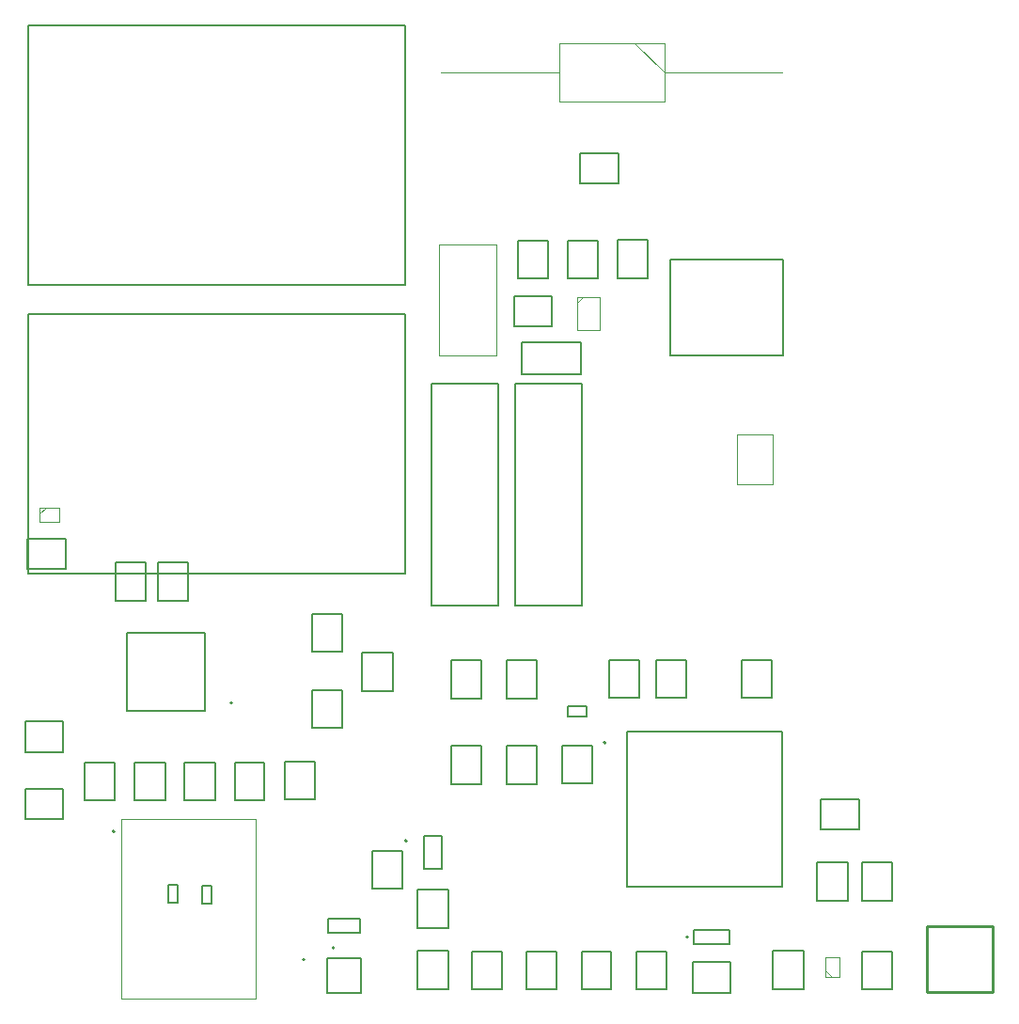
<source format=gbr>
%TF.GenerationSoftware,Altium Limited,Altium Designer,25.2.1 (25)*%
G04 Layer_Color=16711935*
%FSLAX43Y43*%
%MOMM*%
%TF.SameCoordinates,F5CB7E66-454E-439B-8716-0DC7987F3294*%
%TF.FilePolarity,Positive*%
%TF.FileFunction,Other,Mechanical_13*%
%TF.Part,Single*%
G01*
G75*
%TA.AperFunction,NonConductor*%
%ADD72C,0.200*%
%ADD74C,0.254*%
%ADD75C,0.127*%
%ADD78C,0.100*%
D72*
X9350Y15500D02*
G03*
X9350Y15500I-100J0D01*
G01*
X19951Y27051D02*
G03*
X19951Y27051I-100J0D01*
G01*
X29150Y5000D02*
G03*
X29150Y5000I-100J0D01*
G01*
X26480Y3955D02*
G03*
X26480Y3955I-100J0D01*
G01*
X53600Y23500D02*
G03*
X53600Y23500I-100J0D01*
G01*
X61019Y5969D02*
G03*
X61019Y5969I-100J0D01*
G01*
X35690Y14650D02*
G03*
X35690Y14650I-100J0D01*
G01*
X59420Y66961D02*
X69580D01*
X59420Y58321D02*
Y66961D01*
Y58321D02*
X69580D01*
Y66961D01*
X37914Y35847D02*
Y55847D01*
Y35847D02*
X43914D01*
Y55847D01*
X37914D02*
X43914D01*
X45400D02*
X51400D01*
Y35847D02*
Y55847D01*
X45400Y35847D02*
X51400D01*
X45400D02*
Y55847D01*
X35540Y64700D02*
Y88060D01*
X1540D02*
X35540D01*
X1540Y64700D02*
Y88060D01*
Y64700D02*
X35540D01*
Y38700D02*
Y62060D01*
X1540D02*
X35540D01*
X1540Y38700D02*
Y62060D01*
Y38700D02*
X35540D01*
D74*
X88466Y997D02*
Y6987D01*
X82476Y997D02*
X88466D01*
X82476D02*
Y6987D01*
X88466D01*
D75*
X46050Y59550D02*
X51350D01*
X46050Y56650D02*
Y59550D01*
Y56650D02*
X51350D01*
Y59550D01*
X50120Y26769D02*
X51880D01*
X50120Y25809D02*
Y26769D01*
Y25809D02*
X51880D01*
Y26769D01*
X17491Y26351D02*
Y33351D01*
X10491Y26351D02*
Y33351D01*
Y26351D02*
X17491D01*
X10491Y33351D02*
X17491D01*
X28550Y6350D02*
Y7650D01*
X31450D01*
Y6350D02*
Y7650D01*
X28550Y6350D02*
X31450D01*
X65833Y30910D02*
X68533D01*
X65833Y27510D02*
X68533D01*
Y30910D01*
X65833Y27510D02*
Y30910D01*
X50150Y65300D02*
X52850D01*
X50150Y68700D02*
X52850D01*
X50150Y65300D02*
Y68700D01*
X52850Y65300D02*
Y68700D01*
X54620Y68730D02*
X57380D01*
X54620Y65270D02*
X57380D01*
Y68730D01*
X54620Y65270D02*
Y68730D01*
X45650Y68700D02*
X48350D01*
X45650Y65300D02*
X48350D01*
Y68700D01*
X45650Y65300D02*
Y68700D01*
X4963Y39120D02*
Y41880D01*
X1503Y39120D02*
Y41880D01*
Y39120D02*
X4963D01*
X1503Y41880D02*
X4963D01*
X27098Y24800D02*
X29798D01*
X27098Y28200D02*
X29798D01*
X27098Y24800D02*
Y28200D01*
X29798Y24800D02*
Y28200D01*
X17223Y8997D02*
X18083D01*
Y10597D01*
X17223D02*
X18083D01*
X17223Y8997D02*
Y10597D01*
X14175Y9106D02*
X15035D01*
Y10706D01*
X14175D02*
X15035D01*
X14175Y9106D02*
Y10706D01*
X15640Y18270D02*
X18400D01*
X15640Y21730D02*
X18400D01*
X15640Y18270D02*
Y21730D01*
X18400Y18270D02*
Y21730D01*
X20150Y18300D02*
X22850D01*
X20150Y21700D02*
X22850D01*
X20150Y18300D02*
Y21700D01*
X22850Y18300D02*
Y21700D01*
X11140Y18270D02*
X13900D01*
X11140Y21730D02*
X13900D01*
X11140Y18270D02*
Y21730D01*
X13900Y18270D02*
Y21730D01*
X1270Y22620D02*
Y25380D01*
X4730Y22620D02*
Y25380D01*
X1270D02*
X4730D01*
X1270Y22620D02*
X4730D01*
X1300Y16650D02*
Y19350D01*
X4700Y16650D02*
Y19350D01*
X1300D02*
X4700D01*
X1300Y16650D02*
X4700D01*
X39380Y1270D02*
Y4730D01*
X36620Y1270D02*
Y4730D01*
X39380D01*
X36620Y1270D02*
X39380D01*
X79350Y1300D02*
Y4700D01*
X76650Y1300D02*
Y4700D01*
X79350D01*
X76650Y1300D02*
X79350D01*
X68620Y1296D02*
Y4756D01*
X71380Y1296D02*
Y4756D01*
X68620Y1296D02*
X71380D01*
X68620Y4756D02*
X71380D01*
X54760Y73804D02*
Y76564D01*
X51300Y73804D02*
Y76564D01*
Y73804D02*
X54760D01*
X51300Y76564D02*
X54760D01*
X39620Y19770D02*
Y23230D01*
X42380Y19770D02*
Y23230D01*
X39620Y19770D02*
X42380D01*
X39620Y23230D02*
X42380D01*
X45300Y63650D02*
X48700D01*
X45300Y60950D02*
X48700D01*
X45300D02*
Y63650D01*
X48700Y60950D02*
Y63650D01*
X44630Y19770D02*
Y23230D01*
X47390Y19770D02*
Y23230D01*
X44630Y19770D02*
X47390D01*
X44630Y23230D02*
X47390D01*
X44630Y27480D02*
Y30940D01*
X47390Y27480D02*
Y30940D01*
X44630Y27480D02*
X47390D01*
X44630Y30940D02*
X47390D01*
X39620Y27480D02*
Y30940D01*
X42380Y27480D02*
Y30940D01*
X39620Y27480D02*
X42380D01*
X39620Y30940D02*
X42380D01*
X31550Y950D02*
Y4050D01*
X28450Y950D02*
Y4050D01*
Y950D02*
X31550D01*
X28450Y4050D02*
X31550D01*
X55500Y10500D02*
Y24500D01*
Y10500D02*
X69500D01*
Y24500D01*
X55500D02*
X69500D01*
X27385Y18366D02*
Y21766D01*
X24685Y18366D02*
Y21766D01*
X27385D01*
X24685Y18366D02*
X27385D01*
X9350Y18300D02*
Y21700D01*
X6650Y18300D02*
Y21700D01*
X9350D01*
X6650Y18300D02*
X9350D01*
X13220Y36270D02*
Y39730D01*
X15980Y36270D02*
Y39730D01*
X13220Y36270D02*
X15980D01*
X13220Y39730D02*
X15980D01*
X9420Y36270D02*
Y39730D01*
X12180Y36270D02*
Y39730D01*
X9420Y36270D02*
X12180D01*
X9420Y39730D02*
X12180D01*
X34380Y28121D02*
Y31581D01*
X31620Y28121D02*
Y31581D01*
X34380D01*
X31620Y28121D02*
X34380D01*
X27098Y31701D02*
Y35101D01*
X29798Y31701D02*
Y35101D01*
X27098Y31701D02*
X29798D01*
X27098Y35101D02*
X29798D01*
X59008Y1300D02*
Y4700D01*
X56308Y1300D02*
Y4700D01*
X59008D01*
X56308Y1300D02*
X59008D01*
X61519Y6619D02*
X64719D01*
Y5319D02*
Y6619D01*
X61519Y5319D02*
X64719D01*
X61519D02*
Y6619D01*
X49650Y19800D02*
Y23200D01*
X52350Y19800D02*
Y23200D01*
X49650Y19800D02*
X52350D01*
X49650Y23200D02*
X52350D01*
X32559Y10365D02*
Y13765D01*
X35259Y10365D02*
Y13765D01*
X32559Y10365D02*
X35259D01*
X32559Y13765D02*
X35259D01*
X37200Y12150D02*
Y15050D01*
X38800Y12150D02*
Y15050D01*
X37200D02*
X38800D01*
X37200Y12150D02*
X38800D01*
X53895Y27510D02*
Y30910D01*
X56595Y27510D02*
Y30910D01*
X53895Y27510D02*
X56595D01*
X53895Y30910D02*
X56595D01*
X58086Y27510D02*
Y30910D01*
X60786Y27510D02*
Y30910D01*
X58086Y27510D02*
X60786D01*
X58086Y30910D02*
X60786D01*
X72975Y18350D02*
X76375D01*
X72975Y15650D02*
X76375D01*
X72975D02*
Y18350D01*
X76375Y15650D02*
Y18350D01*
X61389Y945D02*
Y3705D01*
X64849Y945D02*
Y3705D01*
X61389D02*
X64849D01*
X61389Y945D02*
X64849D01*
X76620Y9270D02*
X79380D01*
X76620Y12730D02*
X79380D01*
X76620Y9270D02*
Y12730D01*
X79380Y9270D02*
Y12730D01*
X72620Y9270D02*
X75380D01*
X72620Y12730D02*
X75380D01*
X72620Y9270D02*
Y12730D01*
X75380Y9270D02*
Y12730D01*
X36620Y6770D02*
X39380D01*
X36620Y10230D02*
X39380D01*
X36620Y6770D02*
Y10230D01*
X39380Y6770D02*
Y10230D01*
X51388Y1300D02*
X54088D01*
X51388Y4700D02*
X54088D01*
X51388Y1300D02*
Y4700D01*
X54088Y1300D02*
Y4700D01*
X46469Y1300D02*
X49169D01*
X46469Y4700D02*
X49169D01*
X46469Y1300D02*
Y4700D01*
X49169Y1300D02*
Y4700D01*
X41549Y1300D02*
X44249D01*
X41549Y4700D02*
X44249D01*
X41549Y1300D02*
Y4700D01*
X44249Y1300D02*
Y4700D01*
D78*
X51000Y63100D02*
X51500Y63600D01*
X51000Y60600D02*
Y63600D01*
Y60600D02*
X53000D01*
Y63600D01*
X51000D02*
X53000D01*
X38548Y58373D02*
X43748D01*
Y68373D01*
X38548D02*
X43748D01*
X38548Y58373D02*
Y68373D01*
X73350Y2407D02*
Y4183D01*
X74650D01*
Y2407D02*
Y4183D01*
X73350Y2407D02*
X74650D01*
X73350Y2970D02*
X73912Y2407D01*
X2612Y44650D02*
X4388D01*
Y43350D02*
Y44650D01*
X2612Y43350D02*
X4388D01*
X2612D02*
Y44650D01*
Y44088D02*
X3175Y44650D01*
X9950Y16600D02*
X22050D01*
X9950Y400D02*
Y16600D01*
Y400D02*
X22050D01*
Y16600D01*
X38763Y83820D02*
X49363D01*
X58863Y81170D02*
Y86470D01*
X49363Y81170D02*
X58863D01*
X49363D02*
Y86470D01*
X58863D01*
Y83820D02*
X69463D01*
X56213Y86470D02*
X58863Y83820D01*
X68600Y46750D02*
Y51250D01*
X65400Y46750D02*
X68600D01*
X65400D02*
Y51250D01*
X68600D01*
%TF.MD5,713bb4b4a4363a9456065d5a27655ac0*%
M02*

</source>
